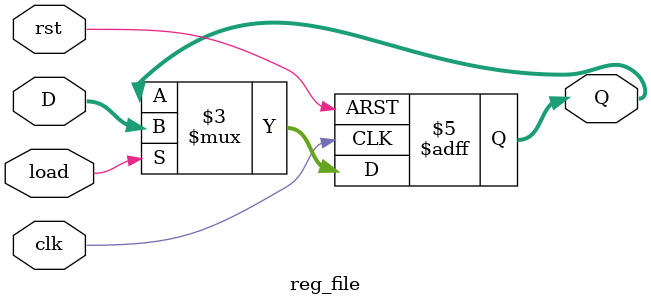
<source format=v>
module reg_file # (parameter WIDTH = 32) (
    input [WIDTH-1:0] D,
    input load, clk, rst,
    output reg [WIDTH-1:0] Q);        

    always@(posedge clk, posedge rst)
    begin
        if(rst) 
            Q <= 0;
        else if (load)
            Q <= D;
        else
            Q <= Q;
    end
endmodule

</source>
